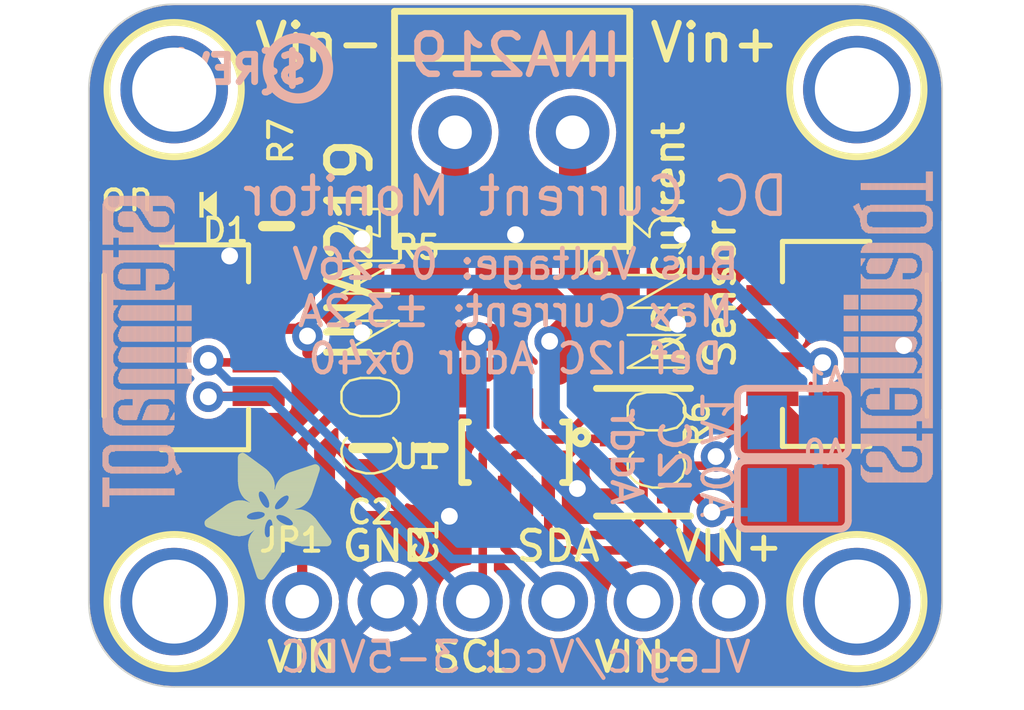
<source format=kicad_pcb>
(kicad_pcb (version 20221018) (generator pcbnew)
  (layers (0 "F.Cu" signal) (31 "B.Cu" signal) (34 "B.Paste" user) (35 "F.Paste" user) (36 "B.SilkS" user "B.Silkscreen") (37 "F.SilkS" user "F.Silkscreen") (38 "B.Mask" user) (39 "F.Mask" user) (44 "Edge.Cuts" user))
  (net 0 "")
  (net 1 "VCC")
  (net 2 "GND")
  (net 3 "ADDR1")
  (net 4 "ADDR0")
  (net 5 "SDA")
  (net 6 "SCL")
  (net 7 "VIN+")
  (net 8 "VIN-")
  (net 9 "N$3")
  (footprint "working:MOUNTINGHOLE_2.5_PLATED" (layer "F.Cu") (at 158.6611 112.6236)
    (fp_text reference "U$27" hide)
    (fp_text value "MOUNTINGHOLE2.5" hide)
    (pad "P$1" thru_hole circle (at 0 0) (size 3.2 3.2) (drill 2.5) (layers "*.Cu" "*.Mask"))
    (zone (net 0) (net_name "") (layer "F.Cu") (connect_pads (clearance 0)) (min_thickness 0.25)
      (keepout (tracks not_allowed) (vias not_allowed) (pads not_allowed) (copperpour not_allowed) (footprints allowed))
      (fill (thermal_gap 0.5) (thermal_bridge_width 0.5))
      (polygon (pts (xy 160.6771 112.6236) (xy 160.65748 112.343027) (xy 160.599004 112.067915) (xy 160.502808 111.803619) (xy 160.370765 111.555283) (xy 160.205446 111.32774) (xy 160.010067 111.12542) (xy 159.788433 110.95226) (xy 159.544856 110.811631) (xy 159.284078 110.70627) (xy 159.011175 110.638228) (xy 158.731457 110.608828) (xy 158.450371 110.618644) (xy 158.173385 110.667484) (xy 157.905893 110.754397) (xy 157.6531 110.877693) (xy 157.419926 111.03497) (xy 157.210911 111.223169) (xy 157.030122 111.438625) (xy 156.881078 111.677145) (xy 156.76668 111.934087) (xy 156.689154 112.20445) (xy 156.650011 112.482971) (xy 156.650011 112.764229) (xy 156.689154 113.04275) (xy 156.76668 113.313113) (xy 156.881078 113.570055) (xy 157.030122 113.808575) (xy 157.210911 114.024031) (xy 157.419926 114.21223) (xy 157.6531 114.369507) (xy 157.905893 114.492803) (xy 158.173385 114.579716) (xy 158.450371 114.628556) (xy 158.731457 114.638372) (xy 159.011175 114.608972) (xy 159.284078 114.54093) (xy 159.544856 114.435569) (xy 159.788433 114.29494) (xy 160.010067 114.12178) (xy 160.205446 113.91946) (xy 160.370765 113.691917) (xy 160.502808 113.443581) (xy 160.599004 113.179285) (xy 160.65748 112.904173)))
      (polygon (pts (xy 158.6451 112.6236) (xy 158.649786 112.634914) (xy 158.6611 112.6396) (xy 158.672414 112.634914) (xy 158.6771 112.6236) (xy 158.672414 112.612286) (xy 158.6611 112.6076) (xy 158.649786 112.612286)))
    )
    (zone (net 0) (net_name "") (layer "B.Cu") (connect_pads (clearance 0)) (min_thickness 0.25)
      (keepout (tracks not_allowed) (vias not_allowed) (pads not_allowed) (copperpour not_allowed) (footprints allowed))
      (fill (thermal_gap 0.5) (thermal_bridge_width 0.5))
      (polygon (pts (xy 160.6771 112.6236) (xy 160.65748 112.343027) (xy 160.599004 112.067915) (xy 160.502808 111.803619) (xy 160.370765 111.555283) (xy 160.205446 111.32774) (xy 160.010067 111.12542) (xy 159.788433 110.95226) (xy 159.544856 110.811631) (xy 159.284078 110.70627) (xy 159.011175 110.638228) (xy 158.731457 110.608828) (xy 158.450371 110.618644) (xy 158.173385 110.667484) (xy 157.905893 110.754397) (xy 157.6531 110.877693) (xy 157.419926 111.03497) (xy 157.210911 111.223169) (xy 157.030122 111.438625) (xy 156.881078 111.677145) (xy 156.76668 111.934087) (xy 156.689154 112.20445) (xy 156.650011 112.482971) (xy 156.650011 112.764229) (xy 156.689154 113.04275) (xy 156.76668 113.313113) (xy 156.881078 113.570055) (xy 157.030122 113.808575) (xy 157.210911 114.024031) (xy 157.419926 114.21223) (xy 157.6531 114.369507) (xy 157.905893 114.492803) (xy 158.173385 114.579716) (xy 158.450371 114.628556) (xy 158.731457 114.638372) (xy 159.011175 114.608972) (xy 159.284078 114.54093) (xy 159.544856 114.435569) (xy 159.788433 114.29494) (xy 160.010067 114.12178) (xy 160.205446 113.91946) (xy 160.370765 113.691917) (xy 160.502808 113.443581) (xy 160.599004 113.179285) (xy 160.65748 112.904173)))
      (polygon (pts (xy 158.6451 112.6236) (xy 158.649786 112.634914) (xy 158.6611 112.6396) (xy 158.672414 112.634914) (xy 158.6771 112.6236) (xy 158.672414 112.612286) (xy 158.6611 112.6076) (xy 158.649786 112.612286)))
    )
  )
  (footprint "working:SOT23-8" (layer "F.Cu") (at 148.5011 108.1786 180)
    (fp_text reference "U1" (at 2.151 -0.127) (layer "F.SilkS") (effects (font (size 0.692831 0.692831) (thickness 0.119969)) (justify right)))
    (fp_text value "INA219BIDCNT")
    (pad "1" smd rect (at -0.975 1.3 180) (size 0.4 1.2) (layers "F.Cu" "F.Paste" "F.Mask") (net 7 "VIN+"))
    (pad "2" smd rect (at -0.325 1.3 180) (size 0.4 1.2) (layers "F.Cu" "F.Paste" "F.Mask") (net 8 "VIN-"))
    (pad "3" smd rect (at 0.325 1.3 180) (size 0.4 1.2) (layers "F.Cu" "F.Paste" "F.Mask") (net 2 "GND"))
    (pad "4" smd rect (at 0.975 1.3 180) (size 0.4 1.2) (layers "F.Cu" "F.Paste" "F.Mask") (net 1 "VCC"))
    (pad "5" smd rect (at 0.975 -1.3 180) (size 0.4 1.2) (layers "F.Cu" "F.Paste" "F.Mask") (net 6 "SCL"))
    (pad "6" smd rect (at 0.325 -1.3 180) (size 0.4 1.2) (layers "F.Cu" "F.Paste" "F.Mask") (net 5 "SDA"))
    (pad "7" smd rect (at -0.325 -1.3 180) (size 0.4 1.2) (layers "F.Cu" "F.Paste" "F.Mask") (net 4 "ADDR0"))
    (pad "8" smd rect (at -0.975 -1.3 180) (size 0.4 1.2) (layers "F.Cu" "F.Paste" "F.Mask") (net 3 "ADDR1"))
  )
  (footprint "working:RESPACK_4X0603" (layer "F.Cu") (at 152.3111 108.1786 -90)
    (fp_text reference "R6" (at -1.6 -1.6 90) (layer "F.SilkS") (effects (font (size 0.692831 0.692831) (thickness 0.119969)) (justify right)))
    (fp_text value "10K")
    (pad "1" smd rect (at -1.3 0.85 270) (size 0.45 0.9) (layers "F.Cu" "F.Paste" "F.Mask") (net 6 "SCL"))
    (pad "2" smd rect (at -0.4 0.85 270) (size 0.45 0.9) (layers "F.Cu" "F.Paste" "F.Mask") (net 5 "SDA"))
    (pad "3" smd rect (at 0.4 0.85 270) (size 0.45 0.9) (layers "F.Cu" "F.Paste" "F.Mask") (net 2 "GND"))
    (pad "4" smd rect (at 1.3 0.85 270) (size 0.45 0.9) (layers "F.Cu" "F.Paste" "F.Mask") (net 2 "GND"))
    (pad "5" smd rect (at 1.3 -0.85 270) (size 0.45 0.9) (layers "F.Cu" "F.Paste" "F.Mask") (net 4 "ADDR0"))
    (pad "6" smd rect (at 0.4 -0.85 270) (size 0.45 0.9) (layers "F.Cu" "F.Paste" "F.Mask") (net 3 "ADDR1"))
    (pad "7" smd rect (at -0.4 -0.85 270) (size 0.45 0.9) (layers "F.Cu" "F.Paste" "F.Mask") (net 1 "VCC"))
    (pad "8" smd rect (at -1.3 -0.85 270) (size 0.45 0.9) (layers "F.Cu" "F.Paste" "F.Mask") (net 1 "VCC"))
  )
  (footprint "working:0603-NO" (layer "F.Cu") (at 145.9611 108.0516 -90)
    (fp_text reference "C1" (at 2.032 0.127 90) (layer "F.SilkS") (effects (font (size 0.692831 0.692831) (thickness 0.119969)) (justify right)))
    (fp_text value "0.1µF")
    (pad "1" smd rect (at -0.85 0 270) (size 1.075 1) (layers "F.Cu" "F.Paste" "F.Mask") (net 1 "VCC"))
    (pad "2" smd rect (at 0.85 0 270) (size 1.075 1) (layers "F.Cu" "F.Paste" "F.Mask") (net 2 "GND"))
  )
  (footprint "working:MOUNTINGHOLE_2.5_PLATED" (layer "F.Cu") (at 158.6611 97.3836)
    (fp_text reference "U$21" hide)
    (fp_text value "MOUNTINGHOLE2.5" hide)
    (pad "P$1" thru_hole circle (at 0 0) (size 3.2 3.2) (drill 2.5) (layers "*.Cu" "*.Mask"))
    (zone (net 0) (net_name "") (layer "F.Cu") (connect_pads (clearance 0)) (min_thickness 0.25)
      (keepout (tracks not_allowed) (vias not_allowed) (pads not_allowed) (copperpour not_allowed) (footprints allowed))
      (fill (thermal_gap 0.5) (thermal_bridge_width 0.5))
      (polygon (pts (xy 160.6771 97.3836) (xy 160.65748 97.103027) (xy 160.599004 96.827915) (xy 160.502808 96.563619) (xy 160.370765 96.315283) (xy 160.205446 96.08774) (xy 160.010067 95.88542) (xy 159.788433 95.71226) (xy 159.544856 95.571631) (xy 159.284078 95.46627) (xy 159.011175 95.398228) (xy 158.731457 95.368828) (xy 158.450371 95.378644) (xy 158.173385 95.427484) (xy 157.905893 95.514397) (xy 157.6531 95.637693) (xy 157.419926 95.79497) (xy 157.210911 95.983169) (xy 157.030122 96.198625) (xy 156.881078 96.437145) (xy 156.76668 96.694087) (xy 156.689154 96.96445) (xy 156.650011 97.242971) (xy 156.650011 97.524229) (xy 156.689154 97.80275) (xy 156.76668 98.073113) (xy 156.881078 98.330055) (xy 157.030122 98.568575) (xy 157.210911 98.784031) (xy 157.419926 98.97223) (xy 157.6531 99.129507) (xy 157.905893 99.252803) (xy 158.173385 99.339716) (xy 158.450371 99.388556) (xy 158.731457 99.398372) (xy 159.011175 99.368972) (xy 159.284078 99.30093) (xy 159.544856 99.195569) (xy 159.788433 99.05494) (xy 160.010067 98.88178) (xy 160.205446 98.67946) (xy 160.370765 98.451917) (xy 160.502808 98.203581) (xy 160.599004 97.939285) (xy 160.65748 97.664173)))
      (polygon (pts (xy 158.6451 97.3836) (xy 158.649786 97.394914) (xy 158.6611 97.3996) (xy 158.672414 97.394914) (xy 158.6771 97.3836) (xy 158.672414 97.372286) (xy 158.6611 97.3676) (xy 158.649786 97.372286)))
    )
    (zone (net 0) (net_name "") (layer "B.Cu") (connect_pads (clearance 0)) (min_thickness 0.25)
      (keepout (tracks not_allowed) (vias not_allowed) (pads not_allowed) (copperpour not_allowed) (footprints allowed))
      (fill (thermal_gap 0.5) (thermal_bridge_width 0.5))
      (polygon (pts (xy 160.6771 97.3836) (xy 160.65748 97.103027) (xy 160.599004 96.827915) (xy 160.502808 96.563619) (xy 160.370765 96.315283) (xy 160.205446 96.08774) (xy 160.010067 95.88542) (xy 159.788433 95.71226) (xy 159.544856 95.571631) (xy 159.284078 95.46627) (xy 159.011175 95.398228) (xy 158.731457 95.368828) (xy 158.450371 95.378644) (xy 158.173385 95.427484) (xy 157.905893 95.514397) (xy 157.6531 95.637693) (xy 157.419926 95.79497) (xy 157.210911 95.983169) (xy 157.030122 96.198625) (xy 156.881078 96.437145) (xy 156.76668 96.694087) (xy 156.689154 96.96445) (xy 156.650011 97.242971) (xy 156.650011 97.524229) (xy 156.689154 97.80275) (xy 156.76668 98.073113) (xy 156.881078 98.330055) (xy 157.030122 98.568575) (xy 157.210911 98.784031) (xy 157.419926 98.97223) (xy 157.6531 99.129507) (xy 157.905893 99.252803) (xy 158.173385 99.339716) (xy 158.450371 99.388556) (xy 158.731457 99.398372) (xy 159.011175 99.368972) (xy 159.284078 99.30093) (xy 159.544856 99.195569) (xy 159.788433 99.05494) (xy 160.010067 98.88178) (xy 160.205446 98.67946) (xy 160.370765 98.451917) (xy 160.502808 98.203581) (xy 160.599004 97.939285) (xy 160.65748 97.664173)))
      (polygon (pts (xy 158.6451 97.3836) (xy 158.649786 97.394914) (xy 158.6611 97.3996) (xy 158.672414 97.394914) (xy 158.6771 97.3836) (xy 158.672414 97.372286) (xy 158.6611 97.3676) (xy 158.649786 97.372286)))
    )
  )
  (footprint "working:1X06_ROUND_70" (layer "F.Cu") (at 148.5011 112.6236)
    (fp_text reference "JP1" (at -7.6962 -1.8288) (layer "F.SilkS") (effects (font (size 0.692831 0.692831) (thickness 0.119969)) (justify left)))
    (fp_text value "")
    (pad "1" thru_hole circle (at -6.35 0 90) (size 1.778 1.778) (drill 1) (layers "*.Cu" "*.Mask") (net 1 "VCC"))
    (pad "2" thru_hole circle (at -3.81 0 90) (size 1.778 1.778) (drill 1) (layers "*.Cu" "*.Mask") (net 2 "GND"))
    (pad "3" thru_hole circle (at -1.27 0 90) (size 1.778 1.778) (drill 1) (layers "*.Cu" "*.Mask") (net 6 "SCL"))
    (pad "4" thru_hole circle (at 1.27 0 90) (size 1.778 1.778) (drill 1) (layers "*.Cu" "*.Mask") (net 5 "SDA"))
    (pad "5" thru_hole circle (at 3.81 0 90) (size 1.778 1.778) (drill 1) (layers "*.Cu" "*.Mask") (net 8 "VIN-"))
    (pad "6" thru_hole circle (at 6.35 0 90) (size 1.778 1.778) (drill 1) (layers "*.Cu" "*.Mask") (net 7 "VIN+"))
  )
  (footprint "working:JST_SH4" (layer "F.Cu") (at 158.6611 105.0036 90)
    (fp_text reference "CONN3" (at -4.6 -5.9 90) (layer "F.SilkS") (effects (font (size 1.703222 1.703222) (thickness 0.074778)) (justify left)))
    (fp_text value "STEMMA_I2C_QT" hide)
    (pad "1" smd rect (at -1.5 -2.514 180) (size 1.55 0.6) (layers "F.Cu" "F.Paste" "F.Mask") (net 2 "GND"))
    (pad "2" smd rect (at -0.5 -2.514 180) (size 1.55 0.6) (layers "F.Cu" "F.Paste" "F.Mask") (net 1 "VCC"))
    (pad "3" smd rect (at 0.5 -2.514 180) (size 1.55 0.6) (layers "F.Cu" "F.Paste" "F.Mask") (net 5 "SDA"))
    (pad "4" smd rect (at 1.5 -2.514 180) (size 1.55 0.6) (layers "F.Cu" "F.Paste" "F.Mask") (net 6 "SCL"))
    (pad "MT1" smd rect (at -2.8 1.386 180) (size 1.8 1.2) (layers "F.Cu" "F.Paste" "F.Mask") (net 2 "GND"))
    (pad "MT2" smd rect (at 2.8 1.386 180) (size 1.8 1.2) (layers "F.Cu" "F.Paste" "F.Mask") (net 2 "GND"))
  )
  (footprint "working:MOUNTINGHOLE_2.5_PLATED" (layer "F.Cu") (at 138.3411 97.3836)
    (fp_text reference "U$20" hide)
    (fp_text value "MOUNTINGHOLE2.5" hide)
    (pad "P$1" thru_hole circle (at 0 0) (size 3.2 3.2) (drill 2.5) (layers "*.Cu" "*.Mask"))
    (zone (net 0) (net_name "") (layer "F.Cu") (connect_pads (clearance 0)) (min_thickness 0.25)
      (keepout (tracks not_allowed) (vias not_allowed) (pads not_allowed) (copperpour not_allowed) (footprints allowed))
      (fill (thermal_gap 0.5) (thermal_bridge_width 0.5))
      (polygon (pts (xy 140.3571 97.3836) (xy 140.33748 97.103027) (xy 140.279004 96.827915) (xy 140.182808 96.563619) (xy 140.050765 96.315283) (xy 139.885446 96.08774) (xy 139.690067 95.88542) (xy 139.468433 95.71226) (xy 139.224856 95.571631) (xy 138.964078 95.46627) (xy 138.691175 95.398228) (xy 138.411457 95.368828) (xy 138.130371 95.378644) (xy 137.853385 95.427484) (xy 137.585893 95.514397) (xy 137.3331 95.637693) (xy 137.099926 95.79497) (xy 136.890911 95.983169) (xy 136.710122 96.198625) (xy 136.561078 96.437145) (xy 136.44668 96.694087) (xy 136.369154 96.96445) (xy 136.330011 97.242971) (xy 136.330011 97.524229) (xy 136.369154 97.80275) (xy 136.44668 98.073113) (xy 136.561078 98.330055) (xy 136.710122 98.568575) (xy 136.890911 98.784031) (xy 137.099926 98.97223) (xy 137.3331 99.129507) (xy 137.585893 99.252803) (xy 137.853385 99.339716) (xy 138.130371 99.388556) (xy 138.411457 99.398372) (xy 138.691175 99.368972) (xy 138.964078 99.30093) (xy 139.224856 99.195569) (xy 139.468433 99.05494) (xy 139.690067 98.88178) (xy 139.885446 98.67946) (xy 140.050765 98.451917) (xy 140.182808 98.203581) (xy 140.279004 97.939285) (xy 140.33748 97.664173)))
      (polygon (pts (xy 138.3251 97.3836) (xy 138.329786 97.394914) (xy 138.3411 97.3996) (xy 138.352414 97.394914) (xy 138.3571 97.3836) (xy 138.352414 97.372286) (xy 138.3411 97.3676) (xy 138.329786 97.372286)))
    )
    (zone (net 0) (net_name "") (layer "B.Cu") (connect_pads (clearance 0)) (min_thickness 0.25)
      (keepout (tracks not_allowed) (vias not_allowed) (pads not_allowed) (copperpour not_allowed) (footprints allowed))
      (fill (thermal_gap 0.5) (thermal_bridge_width 0.5))
      (polygon (pts (xy 140.3571 97.3836) (xy 140.33748 97.103027) (xy 140.279004 96.827915) (xy 140.182808 96.563619) (xy 140.050765 96.315283) (xy 139.885446 96.08774) (xy 139.690067 95.88542) (xy 139.468433 95.71226) (xy 139.224856 95.571631) (xy 138.964078 95.46627) (xy 138.691175 95.398228) (xy 138.411457 95.368828) (xy 138.130371 95.378644) (xy 137.853385 95.427484) (xy 137.585893 95.514397) (xy 137.3331 95.637693) (xy 137.099926 95.79497) (xy 136.890911 95.983169) (xy 136.710122 96.198625) (xy 136.561078 96.437145) (xy 136.44668 96.694087) (xy 136.369154 96.96445) (xy 136.330011 97.242971) (xy 136.330011 97.524229) (xy 136.369154 97.80275) (xy 136.44668 98.073113) (xy 136.561078 98.330055) (xy 136.710122 98.568575) (xy 136.890911 98.784031) (xy 137.099926 98.97223) (xy 137.3331 99.129507) (xy 137.585893 99.252803) (xy 137.853385 99.339716) (xy 138.130371 99.388556) (xy 138.411457 99.398372) (xy 138.691175 99.368972) (xy 138.964078 99.30093) (xy 139.224856 99.195569) (xy 139.468433 99.05494) (xy 139.690067 98.88178) (xy 139.885446 98.67946) (xy 140.050765 98.451917) (xy 140.182808 98.203581) (xy 140.279004 97.939285) (xy 140.33748 97.664173)))
      (polygon (pts (xy 138.3251 97.3836) (xy 138.329786 97.394914) (xy 138.3411 97.3996) (xy 138.352414 97.394914) (xy 138.3571 97.3836) (xy 138.352414 97.372286) (xy 138.3411 97.3676) (xy 138.329786 97.372286)))
    )
  )
  (footprint "working:2512" (layer "F.Cu") (at 148.5011 103.9876)
    (fp_text reference "R5" (at -3.683 -1.905) (layer "F.SilkS") (effects (font (size 0.692831 0.692831) (thickness 0.119969)) (justify left)))
    (fp_text value "0.1/1% (PT2512FK-070R1L)")
    (pad "1" smd rect (at -2.8 0) (size 1.8 3.2) (layers "F.Cu" "F.Paste" "F.Mask") (net 8 "VIN-"))
    (pad "2" smd rect (at 2.8 0) (size 1.8 3.2) (layers "F.Cu" "F.Paste" "F.Mask") (net 7 "VIN+"))
  )
  (footprint "working:FIDUCIAL_1MM" (layer "F.Cu") (at 136.8171 109.7026)
    (fp_text reference "FID3" hide)
    (fp_text value "FIDUCIAL_1MM" hide)
    (pad "1" smd roundrect (at 0 0) (size 1 1) (layers "F.Cu" "F.Mask") (roundrect_rratio 0.5))
  )
  (footprint "working:MOUNTINGHOLE_2.5_PLATED" (layer "F.Cu") (at 138.3411 112.6236)
    (fp_text reference "U$25" hide)
    (fp_text value "MOUNTINGHOLE2.5" hide)
    (pad "P$1" thru_hole circle (at 0 0) (size 3.2 3.2) (drill 2.5) (layers "*.Cu" "*.Mask"))
    (zone (net 0) (net_name "") (layer "F.Cu") (connect_pads (clearance 0)) (min_thickness 0.25)
      (keepout (tracks not_allowed) (vias not_allowed) (pads not_allowed) (copperpour not_allowed) (footprints allowed))
      (fill (thermal_gap 0.5) (thermal_bridge_width 0.5))
      (polygon (pts (xy 140.3571 112.6236) (xy 140.33748 112.343027) (xy 140.279004 112.067915) (xy 140.182808 111.803619) (xy 140.050765 111.555283) (xy 139.885446 111.32774) (xy 139.690067 111.12542) (xy 139.468433 110.95226) (xy 139.224856 110.811631) (xy 138.964078 110.70627) (xy 138.691175 110.638228) (xy 138.411457 110.608828) (xy 138.130371 110.618644) (xy 137.853385 110.667484) (xy 137.585893 110.754397) (xy 137.3331 110.877693) (xy 137.099926 111.03497) (xy 136.890911 111.223169) (xy 136.710122 111.438625) (xy 136.561078 111.677145) (xy 136.44668 111.934087) (xy 136.369154 112.20445) (xy 136.330011 112.482971) (xy 136.330011 112.764229) (xy 136.369154 113.04275) (xy 136.44668 113.313113) (xy 136.561078 113.570055) (xy 136.710122 113.808575) (xy 136.890911 114.024031) (xy 137.099926 114.21223) (xy 137.3331 114.369507) (xy 137.585893 114.492803) (xy 137.853385 114.579716) (xy 138.130371 114.628556) (xy 138.411457 114.638372) (xy 138.691175 114.608972) (xy 138.964078 114.54093) (xy 139.224856 114.435569) (xy 139.468433 114.29494) (xy 139.690067 114.12178) (xy 139.885446 113.91946) (xy 140.050765 113.691917) (xy 140.182808 113.443581) (xy 140.279004 113.179285) (xy 140.33748 112.904173)))
      (polygon (pts (xy 138.3251 112.6236) (xy 138.329786 112.634914) (xy 138.3411 112.6396) (xy 138.352414 112.634914) (xy 138.3571 112.6236) (xy 138.352414 112.612286) (xy 138.3411 112.6076) (xy 138.329786 112.612286)))
    )
    (zone (net 0) (net_name "") (layer "B.Cu") (connect_pads (clearance 0)) (min_thickness 0.25)
      (keepout (tracks not_allowed) (vias not_allowed) (pads not_allowed) (copperpour not_allowed) (footprints allowed))
      (fill (thermal_gap 0.5) (thermal_bridge_width 0.5))
      (polygon (pts (xy 140.3571 112.6236) (xy 140.33748 112.343027) (xy 140.279004 112.067915) (xy 140.182808 111.803619) (xy 140.050765 111.555283) (xy 139.885446 111.32774) (xy 139.690067 111.12542) (xy 139.468433 110.95226) (xy 139.224856 110.811631) (xy 138.964078 110.70627) (xy 138.691175 110.638228) (xy 138.411457 110.608828) (xy 138.130371 110.618644) (xy 137.853385 110.667484) (xy 137.585893 110.754397) (xy 137.3331 110.877693) (xy 137.099926 111.03497) (xy 136.890911 111.223169) (xy 136.710122 111.438625) (xy 136.561078 111.677145) (xy 136.44668 111.934087) (xy 136.369154 112.20445) (xy 136.330011 112.482971) (xy 136.330011 112.764229) (xy 136.369154 113.04275) (xy 136.44668 113.313113) (xy 136.561078 113.570055) (xy 136.710122 113.808575) (xy 136.890911 114.024031) (xy 137.099926 114.21223) (xy 137.3331 114.369507) (xy 137.585893 114.492803) (xy 137.853385 114.579716) (xy 138.130371 114.628556) (xy 138.411457 114.638372) (xy 138.691175 114.608972) (xy 138.964078 114.54093) (xy 139.224856 114.435569) (xy 139.468433 114.29494) (xy 139.690067 114.12178) (xy 139.885446 113.91946) (xy 140.050765 113.691917) (xy 140.182808 113.443581) (xy 140.279004 113.179285) (xy 140.33748 112.904173)))
      (polygon (pts (xy 138.3251 112.6236) (xy 138.329786 112.634914) (xy 138.3411 112.6396) (xy 138.352414 112.634914) (xy 138.3571 112.6236) (xy 138.352414 112.612286) (xy 138.3411 112.6076) (xy 138.329786 112.612286)))
    )
  )
  (footprint "working:0805-NO" (layer "F.Cu") (at 144.1831 108.0516 -90)
    (fp_text reference "C2" (at 1.905 -0.762) (layer "F.SilkS") (effects (font (size 0.692831 0.692831) (thickness 0.119969)) (justify right)))
    (fp_text value "10uF")
    (pad "1" smd rect (at -0.95 0 270) (size 1.24 1.5) (layers "F.Cu" "F.Paste" "F.Mask") (net 1 "VCC"))
    (pad "2" smd rect (at 0.95 0 270) (size 1.24 1.5) (layers "F.Cu" "F.Paste" "F.Mask") (net 2 "GND"))
  )
  (footprint "working:TERMBLOCK_1X2-3.5MM" (layer "F.Cu") (at 148.5011 98.6536 180)
    (fp_text reference "J1" (at -3 -3.89) (layer "F.SilkS") (effects (font (size 0.692831 0.692831) (thickness 0.119969)) (justify right)))
    (fp_text value "3.5mm")
    (pad "1" thru_hole circle (at 1.8 0 180) (size 2.1844 2.1844) (drill 1) (layers "*.Cu" "*.Mask") (net 8 "VIN-"))
    (pad "2" thru_hole circle (at -1.7 0 180) (size 2.1844 2.1844) (drill 1) (layers "*.Cu" "*.Mask") (net 7 "VIN+"))
  )
  (footprint "working:CHIPLED_0603_NOOUTLINE" (layer "F.Cu") (at 139.3571 100.8126 90)
    (fp_text reference "D1" (at -0.762 1.27) (layer "F.SilkS") (effects (font (size 0.692831 0.692831) (thickness 0.119969)) (justify right)))
    (fp_text value "GREEN")
    (pad "A" smd rect (at 0 0.75 90) (size 0.8 0.8) (layers "F.Cu" "F.Paste" "F.Mask") (net 9 "N$3"))
    (pad "C" smd rect (at 0 -0.75 90) (size 0.8 0.8) (layers "F.Cu" "F.Paste" "F.Mask") (net 2 "GND"))
  )
  (footprint "working:0603-NO" (layer "F.Cu") (at 141.3891 101.4476 90)
    (fp_text reference "R7" (at 1.778 0.127 90) (layer "F.SilkS") (effects (font (size 0.692831 0.692831) (thickness 0.119969)) (justify left)))
    (fp_text value "10K")
    (pad "1" smd rect (at -0.85 0 90) (size 1.075 1) (layers "F.Cu" "F.Paste" "F.Mask") (net 1 "VCC"))
    (pad "2" smd rect (at 0.85 0 90) (size 1.075 1) (layers "F.Cu" "F.Paste" "F.Mask") (net 9 "N$3"))
  )
  (footprint "working:ADAFRUIT_3.5MM" (layer "F.Cu") (at 143.0401 108.1786 180)
    (fp_text reference "U$29" hide)
    (fp_text value "" hide)
  )
  (footprint "working:JST_SH4" (layer "F.Cu") (at 138.3411 105.0036 -90)
    (fp_text reference "CONN4" (at -4.6 -5.9 90) (layer "F.SilkS") (effects (font (size 1.703222 1.703222) (thickness 0.074778)) (justify right)))
    (fp_text value "STEMMA_I2C_QT" hide)
    (pad "1" smd rect (at -1.5 -2.514) (size 1.55 0.6) (layers "F.Cu" "F.Paste" "F.Mask") (net 2 "GND"))
    (pad "2" smd rect (at -0.5 -2.514) (size 1.55 0.6) (layers "F.Cu" "F.Paste" "F.Mask") (net 1 "VCC"))
    (pad "3" smd rect (at 0.5 -2.514) (size 1.55 0.6) (layers "F.Cu" "F.Paste" "F.Mask") (net 5 "SDA"))
    (pad "4" smd rect (at 1.5 -2.514) (size 1.55 0.6) (layers "F.Cu" "F.Paste" "F.Mask") (net 6 "SCL"))
    (pad "MT1" smd rect (at -2.8 1.386) (size 1.8 1.2) (layers "F.Cu" "F.Paste" "F.Mask") (net 2 "GND"))
    (pad "MT2" smd rect (at 2.8 1.386) (size 1.8 1.2) (layers "F.Cu" "F.Paste" "F.Mask") (net 2 "GND"))
  )
  (footprint "working:FIDUCIAL_1MM" (layer "F.Cu") (at 160.0581 100.1776)
    (fp_text reference "FID4" hide)
    (fp_text value "FIDUCIAL_1MM" hide)
    (pad "1" smd roundrect (at 0 0) (size 1 1) (layers "F.Cu" "F.Mask") (roundrect_rratio 0.5))
  )
  (footprint "working:STEMMAQT" (layer "B.Cu") (at 138.8491 100.5586 -90)
    (fp_text reference "U$32" hide)
    (fp_text value "" hide)
  )
  (footprint "working:SOLDERJUMPER_REFLOW_NOPASTE" (layer "B.Cu") (at 156.7561 109.4486 180)
    (fp_text reference "A0" (at -1.651 1.27) (layer "B.SilkS") (effects (font (size 0.692831 0.692831) (thickness 0.119969)) (justify left mirror)))
    (fp_text value "" hide)
    (pad "1" smd rect (at -0.762 0 180) (size 1.1684 1.6002) (layers "B.Cu") (net 1 "VCC"))
    (pad "2" smd rect (at 0.762 0 180) (size 1.1684 1.6002) (layers "B.Cu") (net 4 "ADDR0"))
  )
  (footprint "working:PCBFEAT-REV-040" (layer "B.Cu") (at 142.0241 96.7486 180)
    (fp_text reference "U$30" hide)
    (fp_text value "" hide)
    (fp_text user "${REV}" (at -0.3556 -0.508) (layer "B.SilkS") (effects (font (size 0.8128 0.8128) (thickness 0.2032)) (justify left bottom mirror)))
  )
  (footprint "working:STEMMAQT" (layer "B.Cu") (at 158.2801 109.0676 90)
    (fp_text reference "U$31" hide)
    (fp_text value "" hide)
  )
  (footprint "working:SOLDERJUMPER_REFLOW_NOPASTE" (layer "B.Cu") (at 156.7561 107.2896 180)
    (fp_text reference "A1" (at -1.651 1.27) (layer "B.SilkS") (effects (font (size 0.692831 0.692831) (thickness 0.119969)) (justify left mirror)))
    (fp_text value "" hide)
    (pad "1" smd rect (at -0.762 0 180) (size 1.1684 1.6002) (layers "B.Cu") (net 1 "VCC"))
    (pad "2" smd rect (at 0.762 0 180) (size 1.1684 1.6002) (layers "B.Cu") (net 3 "ADDR1"))
  )
  (gr_line (start 135.8011 97.3836) (end 135.8011 112.6236) (stroke (width 0.05)) (layer "Edge.Cuts"))
  (gr_arc (start 158.6611 94.8436) (mid 160.457151 95.587549) (end 161.2011 97.3836) (stroke (width 0.05)) (layer "Edge.Cuts"))
  (gr_arc (start 161.2011 112.6236) (mid 160.457151 114.419651) (end 158.6611 115.1636) (stroke (width 0.05)) (layer "Edge.Cuts"))
  (gr_line (start 161.2011 112.6236) (end 161.2011 97.3836) (stroke (width 0.05)) (layer "Edge.Cuts"))
  (gr_line (start 138.3411 115.1636) (end 158.6611 115.1636) (stroke (width 0.05)) (layer "Edge.Cuts"))
  (gr_line (start 158.6611 94.8436) (end 138.3411 94.8436) (stroke (width 0.05)) (layer "Edge.Cuts"))
  (gr_arc (start 138.3411 115.1636) (mid 136.545049 114.419651) (end 135.8011 112.6236) (stroke (width 0.05)) (layer "Edge.Cuts"))
  (gr_arc (start 135.8011 97.3836) (mid 136.545049 95.587549) (end 138.3411 94.8436) (stroke (width 0.05)) (layer "Edge.Cuts"))
  (gr_text "DC Current Monitor" (at 148.5011 100.5586) (layer "B.SilkS") (effects (font (size 1.1176 1.1176) (thickness 0.1524)) (justify mirror)))
  (gr_text "I2C\nAddr" (at 152.5016 108.3056 -90) (layer "B.SilkS") (effects (font (size 0.87376 0.87376) (thickness 0.14224)) (justify mirror)))
  (gr_text "INA219" (at 148.5011 96.3676) (layer "B.SilkS") (effects (font (size 1.20142 1.20142) (thickness 0.19558)) (justify mirror)))
  (gr_text "VLogic/Vcc: 3-5VDC" (at 148.5011 114.2746) (layer "B.SilkS") (effects (font (size 0.89408 0.89408) (thickness 0.12192)) (justify mirror)))
  (gr_text "A0" (at 154.4701 108.4326 -90) (layer "B.SilkS") (effects (font (size 0.89408 0.89408) (thickness 0.12192)) (justify right mirror)))
  (gr_text "Bus Voltage: 0-26V\nMax Current: ±3.2A\nDef I2C Addr 0x40" (at 148.5011 103.9876) (layer "B.SilkS") (effects (font (size 0.87376 0.87376) (thickness 0.14224)) (justify mirror)))
  (gr_text "A1" (at 154.4701 106.2736 -90) (layer "B.SilkS") (effects (font (size 0.89408 0.89408) (thickness 0.12192)) (justify right mirror)))
  (gr_text "on" (at 136.0551 101.0666) (layer "F.SilkS") (effects (font (size 0.89408 0.89408) (thickness 0.12192)) (justify left bottom)))
  (gr_text "DC Current" (at 153.5811 105.6386 90) (layer "F.SilkS") (effects (font (size 0.87376 0.87376) (thickness 0.14224)) (justify left bottom)))
  (gr_text "GND" (at 144.6911 110.9726) (layer "F.SilkS") (effects (font (size 0.87376 0.87376) (thickness 0.14224))))
  (gr_text "SDA" (at 149.7711 110.9726) (layer "F.SilkS") (effects (font (size 0.87376 0.87376) (thickness 0.14224))))
  (gr_text "INA219" (at 144.3101 105.6386 90) (layer "F.SilkS") (effects (font (size 1.266952 1.266952) (thickness 0.206248)) (justify left bottom)))
  (gr_text "Sensor" (at 155.1051 105.7656 90) (layer "F.SilkS") (effects (font (size 0.87376 0.87376) (thickness 0.14224)) (justify left bottom)))
  (gr_text "VIN+" (at 154.8511 110.9726) (layer "F.SilkS") (effects (font (size 0.87376 0.87376) (thickness 0.14224))))
  (gr_text "SCL" (at 147.2311 114.2746) (layer "F.SilkS") (effects (font (size 0.87376 0.87376) (thickness 0.14224))))
  (gr_text "Vin-" (at 142.6591 95.9866) (layer "F.SilkS") (effects (font (size 1.0922 1.0922) (thickness 0.1778))))
  (gr_text "VIN-" (at 152.4381 114.2746) (layer "F.SilkS") (effects (font (size 0.87376 0.87376) (thickness 0.14224))))
  (gr_text "VIN" (at 142.1511 114.2746) (layer "F.SilkS") (effects (font (size 0.87376 0.87376) (thickness 0.14224))))
  (gr_text "Vin+" (at 154.4271 95.9936) (layer "F.SilkS") (effects (font (size 1.0922 1.0922) (thickness 0.1778))))
  (segment (start 147.5261 106.8786) (end 147.2031 107.2016) (width 0.3048) (layer "F.Cu") (net 1))
  (segment (start 155.0336 105.5036) (end 156.1471 105.5036) (width 0.3048) (layer "F.Cu") (net 1))
  (segment (start 144.2831 107.2016) (end 144.1831 107.1016) (width 0.3048) (layer "F.Cu") (net 1))
  (segment (start 153.6586 106.8786) (end 155.0336 105.5036) (width 0.3048) (layer "F.Cu") (net 1))
  (segment (start 144.1831 107.1016) (end 142.3086 105.2271) (width 0.3048) (layer "F.Cu") (net 1))
  (segment (start 145.9611 107.2016) (end 144.2831 107.2016) (width 0.3048) (layer "F.Cu") (net 1))
  (segment (start 141.8581 102.2976) (end 142.4051 102.8446) (width 0.254) (layer "F.Cu") (net 1))
  (segment (start 153.1611 106.8786) (end 153.1611 107.7786) (width 0.3048) (layer "F.Cu") (net 1))
  (segment (start 142.4051 102.8446) (end 142.4051 104.1916) (width 0.254) (layer "F.Cu") (net 1))
  (segment (start 156.1551 105.5116) (end 156.1471 105.5036) (width 0.254) (layer "F.Cu") (net 1))
  (segment (start 142.4051 104.1916) (end 142.0931 104.5036) (width 0.254) (layer "F.Cu") (net 1))
  (segment (start 142.0931 104.5036) (end 142.3086 104.7191) (width 0.4064) (layer "F.Cu") (net 1))
  (segment (start 140.8551 104.5036) (end 142.0931 104.5036) (width 0.3048) (layer "F.Cu") (net 1))
  (segment (start 142.3086 105.2271) (end 142.3086 104.7191) (width 0.3048) (layer "F.Cu") (net 1))
  (segment (start 142.1511 112.6236) (end 142.1511 107.9246) (width 0.3048) (layer "F.Cu") (net 1))
  (segment (start 142.1511 107.9246) (end 142.9741 107.1016) (width 0.3048) (layer "F.Cu") (net 1))
  (segment (start 157.6451 105.5116) (end 156.1551 105.5116) (width 0.254) (layer "F.Cu") (net 1))
  (segment (start 147.2031 107.2016) (end 145.9611 107.2016) (width 0.3048) (layer "F.Cu") (net 1))
  (segment (start 142.9741 107.1016) (end 144.1831 107.1016) (width 0.3048) (layer "F.Cu") (net 1))
  (segment (start 153.1611 106.8786) (end 153.6586 106.8786) (width 0.3048) (layer "F.Cu") (net 1))
  (segment (start 141.3891 102.2976) (end 141.8581 102.2976) (width 0.254) (layer "F.Cu") (net 1))
  (via (at 142.3086 104.7191) (size 0.9064) (drill 0.5) (layers "F.Cu" "B.Cu") (net 1))
  (via (at 157.6451 105.5116) (size 0.9064) (drill 0.5) (layers "F.Cu" "B.Cu") (net 1))
  (segment (start 157.5181 107.2896) (end 157.5181 105.6386) (width 0.254) (layer "B.Cu") (net 1))
  (segment (start 154.8511 103.0986) (end 157.2641 105.5116) (width 0.4064) (layer "B.Cu") (net 1))
  (segment (start 157.2641 105.5116) (end 157.6451 105.5116) (width 0.4064) (layer "B.Cu") (net 1))
  (segment (start 157.5181 105.6386) (end 157.6451 105.5116) (width 0.254) (layer "B.Cu") (net 1))
  (segment (start 142.3086 104.3381) (end 143.5481 103.0986) (width 0.4064) (layer "B.Cu") (net 1))
  (segment (start 157.5181 109.4486) (end 157.5181 107.2896) (width 0.254) (layer "B.Cu") (net 1))
  (segment (start 142.3086 104.7191) (end 142.3086 104.3381) (width 0.4064) (layer "B.Cu") (net 1))
  (segment (start 143.5481 103.0986) (end 154.8511 103.0986) (width 0.4064) (layer "B.Cu") (net 1))
  (via (at 143.9291 104.6226) (size 0.9064) (drill 0.5) (layers "F.Cu" "B.Cu") (net 2))
  (via (at 146.5326 110.0836) (size 0.9064) (drill 0.5) (layers "F.Cu" "B.Cu") (net 2))
  (via (at 139.9921 102.3366) (size 0.9064) (drill 0.5) (layers "F.Cu" "B.Cu") (net 2))
  (via (at 150.3426 109.2581) (size 0.9064) (drill 0.5) (layers "F.Cu" "B.Cu") (net 2))
  (via (at 143.9291 101.8286) (size 0.9064) (drill 0.5) (layers "F.Cu" "B.Cu") (net 2))
  (via (at 153.3271 104.3686) (size 0.9064) (drill 0.5) (layers "F.Cu" "B.Cu") (net 2))
  (via (at 153.4541 101.7016) (size 0.9064) (drill 0.5) (layers "F.Cu" "B.Cu") (net 2))
  (via (at 148.5011 101.7016) (size 0.9064) (drill 0.5) (layers "F.Cu" "B.Cu") (net 2))
  (via (at 160.0581 105.0036) (size 0.9064) (drill 0.5) (layers "F.Cu" "B.Cu") (net 2))
  (segment (start 154.1971 108.5786) (end 154.4701 108.3056) (width 0.254) (layer "F.Cu") (net 3))
  (segment (start 149.4761 110.4744) (end 149.6441 110.6424) (width 0.254) (layer "F.Cu") (net 3))
  (segment (start 149.6441 110.6424) (end 151.8031 110.6424) (width 0.254) (layer "F.Cu") (net 3))
  (segment (start 152.3111 108.9406) (end 152.6731 108.5786) (width 0.254) (layer "F.Cu") (net 3))
  (segment (start 152.3111 110.1344) (end 152.3111 108.9406) (width 0.254) (layer "F.Cu") (net 3))
  (segment (start 153.1611 108.5786) (end 154.1971 108.5786) (width 0.254) (layer "F.Cu") (net 3))
  (segment (start 149.4761 109.4786) (end 149.4761 110.4744) (width 0.254) (layer "F.Cu") (net 3))
  (segment (start 152.6731 108.5786) (end 153.1611 108.5786) (width 0.254) (layer "F.Cu") (net 3))
  (segment (start 151.8031 110.6424) (end 152.3111 110.1344) (width 0.254) (layer "F.Cu") (net 3))
  (via (at 154.4701 108.3056) (size 0.9064) (drill 0.5) (layers "F.Cu" "B.Cu") (net 3))
  (segment (start 155.4861 107.2896) (end 155.9941 107.2896) (width 0.254) (layer "B.Cu") (net 3))
  (segment (start 154.4701 108.3056) (end 155.4861 107.2896) (width 0.254) (layer "B.Cu") (net 3))
  (segment (start 149.2631 111.0996) (end 152.5651 111.0996) (width 0.254) (layer "F.Cu") (net 4))
  (segment (start 153.1611 110.5036) (end 153.1611 109.4786) (width 0.254) (layer "F.Cu") (net 4))
  (segment (start 153.1611 109.4786) (end 153.8651 109.4786) (width 0.254) (layer "F.Cu") (net 4))
  (segment (start 153.8651 109.4786) (end 154.3431 109.9566) (width 0.254) (layer "F.Cu") (net 4))
  (segment (start 148.8261 109.4786) (end 148.8261 110.6626) (width 0.254) (layer "F.Cu") (net 4))
  (segment (start 152.5651 111.0996) (end 153.1611 110.5036) (width 0.254) (layer "F.Cu") (net 4))
  (segment (start 148.8261 110.6626) (end 149.2631 111.0996) (width 0.254) (layer "F.Cu") (net 4))
  (via (at 154.3431 109.9566) (size 0.9064) (drill 0.5) (layers "F.Cu" "B.Cu") (net 4))
  (segment (start 155.9941 109.4486) (end 155.4861 109.9566) (width 0.254) (layer "B.Cu") (net 4))
  (segment (start 154.3431 109.9566) (end 155.4861 109.9566) (width 0.254) (layer "B.Cu") (net 4))
  (segment (start 152.58485 106.3488) (end 153.5059 106.3488) (width 0.254) (layer "F.Cu") (net 5))
  (segment (start 148.1761 111.0286) (end 149.7711 112.6236) (width 0.254) (layer "F.Cu") (net 5))
  (segment (start 148.1761 109.4786) (end 148.1761 111.0286) (width 0.254) (layer "F.Cu") (net 5))
  (segment (start 155.3511 104.5036) (end 156.1471 104.5036) (width 0.254) (layer "F.Cu") (net 5))
  (segment (start 152.2031 107.7786) (end 152.4063 107.5754) (width 0.254) (layer "F.Cu") (net 5))
  (segment (start 140.8551 105.5036) (end 139.4173 105.5036) (width 0.254) (layer "F.Cu") (net 5))
  (segment (start 150.563681 107.7786) (end 151.4611 107.7786) (width 0.254) (layer "F.Cu") (net 5))
  (segment (start 148.1761 108.5798) (end 148.5011 108.2548) (width 0.254) (layer "F.Cu") (net 5))
  (segment (start 152.4063 106.52735) (end 152.58485 106.3488) (width 0.254) (layer "F.Cu") (net 5))
  (segment (start 152.4063 107.5754) (end 152.4063 106.52735) (width 0.254) (layer "F.Cu") (net 5))
  (segment (start 139.4173 105.5036) (end 139.3571 105.4434) (width 0.254) (layer "F.Cu") (net 5))
  (segment (start 151.4611 107.7786) (end 152.2031 107.7786) (width 0.254) (layer "F.Cu") (net 5))
  (segment (start 153.5059 106.3488) (end 155.3511 104.5036) (width 0.254) (layer "F.Cu") (net 5))
  (segment (start 150.087481 108.2548) (end 150.563681 107.7786) (width 0.254) (layer "F.Cu") (net 5))
  (segment (start 148.1761 109.4786) (end 148.1761 108.5798) (width 0.254) (layer "F.Cu") (net 5))
  (segment (start 148.5011 108.2548) (end 150.087481 108.2548) (width 0.254) (layer "F.Cu") (net 5))
  (via (at 139.3571 105.4434) (size 0.9064) (drill 0.5) (layers "F.Cu" "B.Cu") (net 5))
  (segment (start 141.324481 106.0704) (end 146.607681 111.3536) (width 0.254) (layer "B.Cu") (net 5))
  (segment (start 146.607681 111.3536) (end 148.5011 111.3536) (width 0.254) (layer "B.Cu") (net 5))
  (segment (start 139.3571 105.4434) (end 139.9841 106.0704) (width 0.254) (layer "B.Cu") (net 5))
  (segment (start 139.9841 106.0704) (end 141.324481 106.0704) (width 0.254) (layer "B.Cu") (net 5))
  (segment (start 148.5011 111.3536) (end 149.7711 112.6236) (width 0.254) (layer "B.Cu") (net 5))
  (segment (start 152.395468 105.8916) (end 151.4611 106.825969) (width 0.254) (layer "F.Cu") (net 6))
  (segment (start 140.8551 106.5036) (end 139.3811 106.5036) (width 0.254) (layer "F.Cu") (net 6))
  (segment (start 150.8171 106.8786) (end 151.4611 106.8786) (width 0.254) (layer "F.Cu") (net 6))
  (segment (start 151.4611 106.8786) (end 151.4611 106.825969) (width 0.254) (layer "F.Cu") (net 6))
  (segment (start 139.3811 106.5036) (end 139.3571 106.5276) (width 0.254) (layer "F.Cu") (net 6))
  (segment (start 153.25305 105.8916) (end 155.64105 103.5036) (width 0.254) (layer "F.Cu") (net 6))
  (segment (start 149.8981 107.7976) (end 150.8171 106.8786) (width 0.254) (layer "F.Cu") (net 6))
  (segment (start 155.64105 103.5036) (end 156.1471 103.5036) (width 0.254) (layer "F.Cu") (net 6))
  (segment (start 147.5261 109.4786) (end 147.5261 108.2646) (width 0.254) (layer "F.Cu") (net 6))
  (segment (start 152.395468 105.8916) (end 153.25305 105.8916) (width 0.254) (layer "F.Cu") (net 6))
  (segment (start 147.5261 109.4786) (end 147.5261 112.3286) (width 0.254) (layer "F.Cu") (net 6))
  (segment (start 147.5261 108.2646) (end 147.9931 107.7976) (width 0.254) (layer "F.Cu") (net 6))
  (segment (start 147.5261 112.3286) (end 147.2311 112.6236) (width 0.254) (layer "F.Cu") (net 6))
  (segment (start 147.9931 107.7976) (end 149.8981 107.7976) (width 0.254) (layer "F.Cu") (net 6))
  (via (at 139.3571 106.5276) (size 0.9064) (drill 0.5) (layers "F.Cu" "B.Cu") (net 6))
  (segment (start 141.1351 106.5276) (end 147.2311 112.6236) (width 0.254) (layer "B.Cu") (net 6))
  (segment (start 139.3571 106.5276) (end 141.1351 106.5276) (width 0.254) (layer "B.Cu") (net 6))
  (segment (start 149.6441 104.8766) (end 150.5331 103.9876) (width 0.8128) (layer "F.Cu") (net 7))
  (segment (start 149.4761 106.0606) (end 149.7711 105.7656) (width 0.3048) (layer "F.Cu") (net 7))
  (segment (start 150.2011 98.6536) (end 150.2011 102.8876) (width 0.8128) (layer "F.Cu") (net 7))
  (segment (start 149.7711 105.7656) (end 149.7711 105.0036) (width 0.8128) (layer "F.Cu") (net 7))
  (segment (start 150.2011 102.8876) (end 151.3011 103.9876) (width 0.8128) (layer "F.Cu") (net 7))
  (segment (start 149.5171 104.8766) (end 149.6441 104.8766) (width 0.6096) (layer "F.Cu") (net 7))
  (segment (start 151.3011 103.9876) (end 150.5331 103.9876) (width 0.8128) (layer "F.Cu") (net 7))
  (segment (start 149.5171 104.8766) (end 149.6441 105.0036) (width 0.6096) (layer "F.Cu") (net 7))
  (segment (start 149.4761 106.8786) (end 149.4761 106.0606) (width 0.3048) (layer "F.Cu") (net 7))
  (segment (start 149.6441 105.0036) (end 149.7711 105.0036) (width 0.6096) (layer "F.Cu") (net 7))
  (via (at 149.5171 104.8766) (size 0.9064) (drill 0.5) (layers "F.Cu" "B.Cu") (net 7))
  (segment (start 154.8511 112.6236) (end 154.8511 112.3696) (width 0.6096) (layer "B.Cu") (net 7))
  (segment (start 149.5171 107.0356) (end 149.5171 104.8766) (width 0.6096) (layer "B.Cu") (net 7))
  (segment (start 154.8511 112.3696) (end 149.5171 107.0356) (width 0.6096) (layer "B.Cu") (net 7))
  (segment (start 146.7011 102.9876) (end 145.7011 103.9876) (width 0.8128) (layer "F.Cu") (net 8))
  (segment (start 145.8341 104.7496) (end 145.7011 104.6166) (width 0.8128) (layer "F.Cu") (net 8))
  (segment (start 145.7011 104.6166) (end 145.7011 103.9876) (width 0.8128) (layer "F.Cu") (net 8))
  (segment (start 148.8261 106.8786) (end 148.8261 105.8366) (width 0.3048) (layer "F.Cu") (net 8))
  (segment (start 147.3581 104.7496) (end 145.8341 104.7496) (width 0.8128) (layer "F.Cu") (net 8))
  (segment (start 147.7391 104.7496) (end 147.3581 104.7496) (width 0.8128) (layer "F.Cu") (net 8))
  (segment (start 148.8261 105.8366) (end 147.7391 104.7496) (width 0.3048) (layer "F.Cu") (net 8))
  (segment (start 146.7011 98.6536) (end 146.7011 102.9876) (width 0.8128) (layer "F.Cu") (net 8))
  (via (at 147.3581 104.7496) (size 0.9064) (drill 0.5) (layers "F.Cu" "B.Cu") (net 8))
  (segment (start 147.3581 104.7496) (end 147.3361 104.7716) (width 0.6096) (layer "B.Cu") (net 8))
  (segment (start 147.3361 104.7716) (end 147.3361 107.6486) (width 0.6096) (layer "B.Cu") (net 8))
  (segment (start 147.3361 107.6486) (end 152.3111 112.6236) (width 0.6096) (layer "B.Cu") (net 8))
  (segment (start 140.3221 100.5976) (end 141.3891 100.5976) (width 0.254) (layer "F.Cu") (net 9))
  (segment (start 140.1071 100.8126) (end 140.3221 100.5976) (width 0.254) (layer "F.Cu") (net 9))
  (zone (net 2) (net_name "GND") (layer "F.Cu") (priority 6) (connect_pads (clearance 0.000001)) (min_thickness 0.127) (fill yes (thermal_gap 0.304) (thermal_bridge_width 0.304))
    (polygon (pts (xy 161.3281 115.2906) (xy 135.6741 115.2906) (xy 135.6741 94.7166) (xy 161.3281 94.7166)))
  )
  (zone (net 2) (net_name "GND") (layer "B.Cu") (priority 6) (connect_pads (clearance 0.000001)) (min_thickness 0.127) (fill yes (thermal_gap 0.304) (thermal_bridge_width 0.304))
    (polygon (pts (xy 161.3281 115.2906) (xy 135.6741 115.2906) (xy 135.6741 94.7166) (xy 161.3281 94.7166)))
  )
)
</source>
